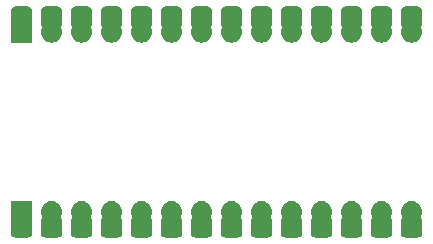
<source format=gbr>
G04 #@! TF.GenerationSoftware,KiCad,Pcbnew,(5.1.0-218-ge90452d)*
G04 #@! TF.CreationDate,2019-04-20T11:49:25-07:00*
G04 #@! TF.ProjectId,lofive,6c6f6669-7665-42e6-9b69-6361645f7063,0*
G04 #@! TF.SameCoordinates,Original*
G04 #@! TF.FileFunction,Soldermask,Bot*
G04 #@! TF.FilePolarity,Negative*
%FSLAX46Y46*%
G04 Gerber Fmt 4.6, Leading zero omitted, Abs format (unit mm)*
G04 Created by KiCad (PCBNEW (5.1.0-218-ge90452d)) date 2019-04-20 11:49:25*
%MOMM*%
%LPD*%
G04 APERTURE LIST*
%ADD10C,0.100000*%
G04 APERTURE END LIST*
D10*
G36*
X125906427Y-124843022D02*
G01*
X125906430Y-124843023D01*
X125906431Y-124843023D01*
X126076081Y-124894486D01*
X126076083Y-124894487D01*
X126076086Y-124894488D01*
X126232431Y-124978056D01*
X126369475Y-125090525D01*
X126481944Y-125227569D01*
X126565512Y-125383914D01*
X126616978Y-125553573D01*
X126634354Y-125730000D01*
X126616978Y-125906427D01*
X126565513Y-126076084D01*
X126540768Y-126122379D01*
X126531391Y-126145017D01*
X126526611Y-126169051D01*
X126526611Y-126193555D01*
X126531392Y-126217588D01*
X126540769Y-126240227D01*
X126554382Y-126260600D01*
X126564192Y-126272554D01*
X126599943Y-126339439D01*
X126621961Y-126412022D01*
X126630000Y-126493641D01*
X126630000Y-127506359D01*
X126621961Y-127587978D01*
X126599943Y-127660561D01*
X126564192Y-127727446D01*
X126516077Y-127786077D01*
X126457446Y-127834192D01*
X126390561Y-127869943D01*
X126317978Y-127891961D01*
X126236359Y-127900000D01*
X125223641Y-127900000D01*
X125142022Y-127891961D01*
X125069439Y-127869943D01*
X125002554Y-127834192D01*
X124943923Y-127786077D01*
X124895808Y-127727446D01*
X124860057Y-127660561D01*
X124838039Y-127587978D01*
X124830000Y-127506359D01*
X124830000Y-126493641D01*
X124838039Y-126412022D01*
X124860057Y-126339439D01*
X124895808Y-126272554D01*
X124905618Y-126260600D01*
X124919232Y-126240226D01*
X124928609Y-126217587D01*
X124933389Y-126193554D01*
X124933389Y-126169049D01*
X124928608Y-126145016D01*
X124919232Y-126122379D01*
X124894487Y-126076084D01*
X124843022Y-125906427D01*
X124825646Y-125730000D01*
X124843022Y-125553573D01*
X124894488Y-125383914D01*
X124978056Y-125227569D01*
X125090525Y-125090525D01*
X125227569Y-124978056D01*
X125383914Y-124894488D01*
X125383917Y-124894487D01*
X125383919Y-124894486D01*
X125553569Y-124843023D01*
X125553570Y-124843023D01*
X125553573Y-124843022D01*
X125685789Y-124830000D01*
X125774211Y-124830000D01*
X125906427Y-124843022D01*
X125906427Y-124843022D01*
G37*
G36*
X133526427Y-124843022D02*
G01*
X133526430Y-124843023D01*
X133526431Y-124843023D01*
X133696081Y-124894486D01*
X133696083Y-124894487D01*
X133696086Y-124894488D01*
X133852431Y-124978056D01*
X133989475Y-125090525D01*
X134101944Y-125227569D01*
X134185512Y-125383914D01*
X134236978Y-125553573D01*
X134254354Y-125730000D01*
X134236978Y-125906427D01*
X134185513Y-126076084D01*
X134160768Y-126122379D01*
X134151391Y-126145017D01*
X134146611Y-126169051D01*
X134146611Y-126193555D01*
X134151392Y-126217588D01*
X134160769Y-126240227D01*
X134174382Y-126260600D01*
X134184192Y-126272554D01*
X134219943Y-126339439D01*
X134241961Y-126412022D01*
X134250000Y-126493641D01*
X134250000Y-127506359D01*
X134241961Y-127587978D01*
X134219943Y-127660561D01*
X134184192Y-127727446D01*
X134136077Y-127786077D01*
X134077446Y-127834192D01*
X134010561Y-127869943D01*
X133937978Y-127891961D01*
X133856359Y-127900000D01*
X132843641Y-127900000D01*
X132762022Y-127891961D01*
X132689439Y-127869943D01*
X132622554Y-127834192D01*
X132563923Y-127786077D01*
X132515808Y-127727446D01*
X132480057Y-127660561D01*
X132458039Y-127587978D01*
X132450000Y-127506359D01*
X132450000Y-126493641D01*
X132458039Y-126412022D01*
X132480057Y-126339439D01*
X132515808Y-126272554D01*
X132525618Y-126260600D01*
X132539232Y-126240226D01*
X132548609Y-126217587D01*
X132553389Y-126193554D01*
X132553389Y-126169049D01*
X132548608Y-126145016D01*
X132539232Y-126122379D01*
X132514487Y-126076084D01*
X132463022Y-125906427D01*
X132445646Y-125730000D01*
X132463022Y-125553573D01*
X132514488Y-125383914D01*
X132598056Y-125227569D01*
X132710525Y-125090525D01*
X132847569Y-124978056D01*
X133003914Y-124894488D01*
X133003917Y-124894487D01*
X133003919Y-124894486D01*
X133173569Y-124843023D01*
X133173570Y-124843023D01*
X133173573Y-124843022D01*
X133305789Y-124830000D01*
X133394211Y-124830000D01*
X133526427Y-124843022D01*
X133526427Y-124843022D01*
G37*
G36*
X118286427Y-124843022D02*
G01*
X118286430Y-124843023D01*
X118286431Y-124843023D01*
X118456081Y-124894486D01*
X118456083Y-124894487D01*
X118456086Y-124894488D01*
X118612431Y-124978056D01*
X118749475Y-125090525D01*
X118861944Y-125227569D01*
X118945512Y-125383914D01*
X118996978Y-125553573D01*
X119014354Y-125730000D01*
X118996978Y-125906427D01*
X118945513Y-126076084D01*
X118920768Y-126122379D01*
X118911391Y-126145017D01*
X118906611Y-126169051D01*
X118906611Y-126193555D01*
X118911392Y-126217588D01*
X118920769Y-126240227D01*
X118934382Y-126260600D01*
X118944192Y-126272554D01*
X118979943Y-126339439D01*
X119001961Y-126412022D01*
X119010000Y-126493641D01*
X119010000Y-127506359D01*
X119001961Y-127587978D01*
X118979943Y-127660561D01*
X118944192Y-127727446D01*
X118896077Y-127786077D01*
X118837446Y-127834192D01*
X118770561Y-127869943D01*
X118697978Y-127891961D01*
X118616359Y-127900000D01*
X117603641Y-127900000D01*
X117522022Y-127891961D01*
X117449439Y-127869943D01*
X117382554Y-127834192D01*
X117323923Y-127786077D01*
X117275808Y-127727446D01*
X117240057Y-127660561D01*
X117218039Y-127587978D01*
X117210000Y-127506359D01*
X117210000Y-126493641D01*
X117218039Y-126412022D01*
X117240057Y-126339439D01*
X117275808Y-126272554D01*
X117285618Y-126260600D01*
X117299232Y-126240226D01*
X117308609Y-126217587D01*
X117313389Y-126193554D01*
X117313389Y-126169049D01*
X117308608Y-126145016D01*
X117299232Y-126122379D01*
X117274487Y-126076084D01*
X117223022Y-125906427D01*
X117205646Y-125730000D01*
X117223022Y-125553573D01*
X117274488Y-125383914D01*
X117358056Y-125227569D01*
X117470525Y-125090525D01*
X117607569Y-124978056D01*
X117763914Y-124894488D01*
X117763917Y-124894487D01*
X117763919Y-124894486D01*
X117933569Y-124843023D01*
X117933570Y-124843023D01*
X117933573Y-124843022D01*
X118065789Y-124830000D01*
X118154211Y-124830000D01*
X118286427Y-124843022D01*
X118286427Y-124843022D01*
G37*
G36*
X130986427Y-124843022D02*
G01*
X130986430Y-124843023D01*
X130986431Y-124843023D01*
X131156081Y-124894486D01*
X131156083Y-124894487D01*
X131156086Y-124894488D01*
X131312431Y-124978056D01*
X131449475Y-125090525D01*
X131561944Y-125227569D01*
X131645512Y-125383914D01*
X131696978Y-125553573D01*
X131714354Y-125730000D01*
X131696978Y-125906427D01*
X131645513Y-126076084D01*
X131620768Y-126122379D01*
X131611391Y-126145017D01*
X131606611Y-126169051D01*
X131606611Y-126193555D01*
X131611392Y-126217588D01*
X131620769Y-126240227D01*
X131634382Y-126260600D01*
X131644192Y-126272554D01*
X131679943Y-126339439D01*
X131701961Y-126412022D01*
X131710000Y-126493641D01*
X131710000Y-127506359D01*
X131701961Y-127587978D01*
X131679943Y-127660561D01*
X131644192Y-127727446D01*
X131596077Y-127786077D01*
X131537446Y-127834192D01*
X131470561Y-127869943D01*
X131397978Y-127891961D01*
X131316359Y-127900000D01*
X130303641Y-127900000D01*
X130222022Y-127891961D01*
X130149439Y-127869943D01*
X130082554Y-127834192D01*
X130023923Y-127786077D01*
X129975808Y-127727446D01*
X129940057Y-127660561D01*
X129918039Y-127587978D01*
X129910000Y-127506359D01*
X129910000Y-126493641D01*
X129918039Y-126412022D01*
X129940057Y-126339439D01*
X129975808Y-126272554D01*
X129985618Y-126260600D01*
X129999232Y-126240226D01*
X130008609Y-126217587D01*
X130013389Y-126193554D01*
X130013389Y-126169049D01*
X130008608Y-126145016D01*
X129999232Y-126122379D01*
X129974487Y-126076084D01*
X129923022Y-125906427D01*
X129905646Y-125730000D01*
X129923022Y-125553573D01*
X129974488Y-125383914D01*
X130058056Y-125227569D01*
X130170525Y-125090525D01*
X130307569Y-124978056D01*
X130463914Y-124894488D01*
X130463917Y-124894487D01*
X130463919Y-124894486D01*
X130633569Y-124843023D01*
X130633570Y-124843023D01*
X130633573Y-124843022D01*
X130765789Y-124830000D01*
X130854211Y-124830000D01*
X130986427Y-124843022D01*
X130986427Y-124843022D01*
G37*
G36*
X115746427Y-124843022D02*
G01*
X115746430Y-124843023D01*
X115746431Y-124843023D01*
X115916081Y-124894486D01*
X115916083Y-124894487D01*
X115916086Y-124894488D01*
X116072431Y-124978056D01*
X116209475Y-125090525D01*
X116321944Y-125227569D01*
X116405512Y-125383914D01*
X116456978Y-125553573D01*
X116474354Y-125730000D01*
X116456978Y-125906427D01*
X116405513Y-126076084D01*
X116380768Y-126122379D01*
X116371391Y-126145017D01*
X116366611Y-126169051D01*
X116366611Y-126193555D01*
X116371392Y-126217588D01*
X116380769Y-126240227D01*
X116394382Y-126260600D01*
X116404192Y-126272554D01*
X116439943Y-126339439D01*
X116461961Y-126412022D01*
X116470000Y-126493641D01*
X116470000Y-127506359D01*
X116461961Y-127587978D01*
X116439943Y-127660561D01*
X116404192Y-127727446D01*
X116356077Y-127786077D01*
X116297446Y-127834192D01*
X116230561Y-127869943D01*
X116157978Y-127891961D01*
X116076359Y-127900000D01*
X115063641Y-127900000D01*
X114982022Y-127891961D01*
X114909439Y-127869943D01*
X114842554Y-127834192D01*
X114783923Y-127786077D01*
X114735808Y-127727446D01*
X114700057Y-127660561D01*
X114678039Y-127587978D01*
X114670000Y-127506359D01*
X114670000Y-126493641D01*
X114678039Y-126412022D01*
X114700057Y-126339439D01*
X114735808Y-126272554D01*
X114745618Y-126260600D01*
X114759232Y-126240226D01*
X114768609Y-126217587D01*
X114773389Y-126193554D01*
X114773389Y-126169049D01*
X114768608Y-126145016D01*
X114759232Y-126122379D01*
X114734487Y-126076084D01*
X114683022Y-125906427D01*
X114665646Y-125730000D01*
X114683022Y-125553573D01*
X114734488Y-125383914D01*
X114818056Y-125227569D01*
X114930525Y-125090525D01*
X115067569Y-124978056D01*
X115223914Y-124894488D01*
X115223917Y-124894487D01*
X115223919Y-124894486D01*
X115393569Y-124843023D01*
X115393570Y-124843023D01*
X115393573Y-124843022D01*
X115525789Y-124830000D01*
X115614211Y-124830000D01*
X115746427Y-124843022D01*
X115746427Y-124843022D01*
G37*
G36*
X103770000Y-127506359D02*
G01*
X103761961Y-127587978D01*
X103739943Y-127660561D01*
X103704192Y-127727446D01*
X103656077Y-127786077D01*
X103597446Y-127834192D01*
X103530561Y-127869943D01*
X103457978Y-127891961D01*
X103376359Y-127900000D01*
X102363641Y-127900000D01*
X102282022Y-127891961D01*
X102209439Y-127869943D01*
X102142554Y-127834192D01*
X102083923Y-127786077D01*
X102035808Y-127727446D01*
X102000057Y-127660561D01*
X101978039Y-127587978D01*
X101970000Y-127506359D01*
X101970000Y-124830000D01*
X103770000Y-124830000D01*
X103770000Y-127506359D01*
X103770000Y-127506359D01*
G37*
G36*
X113206427Y-124843022D02*
G01*
X113206430Y-124843023D01*
X113206431Y-124843023D01*
X113376081Y-124894486D01*
X113376083Y-124894487D01*
X113376086Y-124894488D01*
X113532431Y-124978056D01*
X113669475Y-125090525D01*
X113781944Y-125227569D01*
X113865512Y-125383914D01*
X113916978Y-125553573D01*
X113934354Y-125730000D01*
X113916978Y-125906427D01*
X113865513Y-126076084D01*
X113840768Y-126122379D01*
X113831391Y-126145017D01*
X113826611Y-126169051D01*
X113826611Y-126193555D01*
X113831392Y-126217588D01*
X113840769Y-126240227D01*
X113854382Y-126260600D01*
X113864192Y-126272554D01*
X113899943Y-126339439D01*
X113921961Y-126412022D01*
X113930000Y-126493641D01*
X113930000Y-127506359D01*
X113921961Y-127587978D01*
X113899943Y-127660561D01*
X113864192Y-127727446D01*
X113816077Y-127786077D01*
X113757446Y-127834192D01*
X113690561Y-127869943D01*
X113617978Y-127891961D01*
X113536359Y-127900000D01*
X112523641Y-127900000D01*
X112442022Y-127891961D01*
X112369439Y-127869943D01*
X112302554Y-127834192D01*
X112243923Y-127786077D01*
X112195808Y-127727446D01*
X112160057Y-127660561D01*
X112138039Y-127587978D01*
X112130000Y-127506359D01*
X112130000Y-126493641D01*
X112138039Y-126412022D01*
X112160057Y-126339439D01*
X112195808Y-126272554D01*
X112205618Y-126260600D01*
X112219232Y-126240226D01*
X112228609Y-126217587D01*
X112233389Y-126193554D01*
X112233389Y-126169049D01*
X112228608Y-126145016D01*
X112219232Y-126122379D01*
X112194487Y-126076084D01*
X112143022Y-125906427D01*
X112125646Y-125730000D01*
X112143022Y-125553573D01*
X112194488Y-125383914D01*
X112278056Y-125227569D01*
X112390525Y-125090525D01*
X112527569Y-124978056D01*
X112683914Y-124894488D01*
X112683917Y-124894487D01*
X112683919Y-124894486D01*
X112853569Y-124843023D01*
X112853570Y-124843023D01*
X112853573Y-124843022D01*
X112985789Y-124830000D01*
X113074211Y-124830000D01*
X113206427Y-124843022D01*
X113206427Y-124843022D01*
G37*
G36*
X123366427Y-124843022D02*
G01*
X123366430Y-124843023D01*
X123366431Y-124843023D01*
X123536081Y-124894486D01*
X123536083Y-124894487D01*
X123536086Y-124894488D01*
X123692431Y-124978056D01*
X123829475Y-125090525D01*
X123941944Y-125227569D01*
X124025512Y-125383914D01*
X124076978Y-125553573D01*
X124094354Y-125730000D01*
X124076978Y-125906427D01*
X124025513Y-126076084D01*
X124000768Y-126122379D01*
X123991391Y-126145017D01*
X123986611Y-126169051D01*
X123986611Y-126193555D01*
X123991392Y-126217588D01*
X124000769Y-126240227D01*
X124014382Y-126260600D01*
X124024192Y-126272554D01*
X124059943Y-126339439D01*
X124081961Y-126412022D01*
X124090000Y-126493641D01*
X124090000Y-127506359D01*
X124081961Y-127587978D01*
X124059943Y-127660561D01*
X124024192Y-127727446D01*
X123976077Y-127786077D01*
X123917446Y-127834192D01*
X123850561Y-127869943D01*
X123777978Y-127891961D01*
X123696359Y-127900000D01*
X122683641Y-127900000D01*
X122602022Y-127891961D01*
X122529439Y-127869943D01*
X122462554Y-127834192D01*
X122403923Y-127786077D01*
X122355808Y-127727446D01*
X122320057Y-127660561D01*
X122298039Y-127587978D01*
X122290000Y-127506359D01*
X122290000Y-126493641D01*
X122298039Y-126412022D01*
X122320057Y-126339439D01*
X122355808Y-126272554D01*
X122365618Y-126260600D01*
X122379232Y-126240226D01*
X122388609Y-126217587D01*
X122393389Y-126193554D01*
X122393389Y-126169049D01*
X122388608Y-126145016D01*
X122379232Y-126122379D01*
X122354487Y-126076084D01*
X122303022Y-125906427D01*
X122285646Y-125730000D01*
X122303022Y-125553573D01*
X122354488Y-125383914D01*
X122438056Y-125227569D01*
X122550525Y-125090525D01*
X122687569Y-124978056D01*
X122843914Y-124894488D01*
X122843917Y-124894487D01*
X122843919Y-124894486D01*
X123013569Y-124843023D01*
X123013570Y-124843023D01*
X123013573Y-124843022D01*
X123145789Y-124830000D01*
X123234211Y-124830000D01*
X123366427Y-124843022D01*
X123366427Y-124843022D01*
G37*
G36*
X128446427Y-124843022D02*
G01*
X128446430Y-124843023D01*
X128446431Y-124843023D01*
X128616081Y-124894486D01*
X128616083Y-124894487D01*
X128616086Y-124894488D01*
X128772431Y-124978056D01*
X128909475Y-125090525D01*
X129021944Y-125227569D01*
X129105512Y-125383914D01*
X129156978Y-125553573D01*
X129174354Y-125730000D01*
X129156978Y-125906427D01*
X129105513Y-126076084D01*
X129080768Y-126122379D01*
X129071391Y-126145017D01*
X129066611Y-126169051D01*
X129066611Y-126193555D01*
X129071392Y-126217588D01*
X129080769Y-126240227D01*
X129094382Y-126260600D01*
X129104192Y-126272554D01*
X129139943Y-126339439D01*
X129161961Y-126412022D01*
X129170000Y-126493641D01*
X129170000Y-127506359D01*
X129161961Y-127587978D01*
X129139943Y-127660561D01*
X129104192Y-127727446D01*
X129056077Y-127786077D01*
X128997446Y-127834192D01*
X128930561Y-127869943D01*
X128857978Y-127891961D01*
X128776359Y-127900000D01*
X127763641Y-127900000D01*
X127682022Y-127891961D01*
X127609439Y-127869943D01*
X127542554Y-127834192D01*
X127483923Y-127786077D01*
X127435808Y-127727446D01*
X127400057Y-127660561D01*
X127378039Y-127587978D01*
X127370000Y-127506359D01*
X127370000Y-126493641D01*
X127378039Y-126412022D01*
X127400057Y-126339439D01*
X127435808Y-126272554D01*
X127445618Y-126260600D01*
X127459232Y-126240226D01*
X127468609Y-126217587D01*
X127473389Y-126193554D01*
X127473389Y-126169049D01*
X127468608Y-126145016D01*
X127459232Y-126122379D01*
X127434487Y-126076084D01*
X127383022Y-125906427D01*
X127365646Y-125730000D01*
X127383022Y-125553573D01*
X127434488Y-125383914D01*
X127518056Y-125227569D01*
X127630525Y-125090525D01*
X127767569Y-124978056D01*
X127923914Y-124894488D01*
X127923917Y-124894487D01*
X127923919Y-124894486D01*
X128093569Y-124843023D01*
X128093570Y-124843023D01*
X128093573Y-124843022D01*
X128225789Y-124830000D01*
X128314211Y-124830000D01*
X128446427Y-124843022D01*
X128446427Y-124843022D01*
G37*
G36*
X120826427Y-124843022D02*
G01*
X120826430Y-124843023D01*
X120826431Y-124843023D01*
X120996081Y-124894486D01*
X120996083Y-124894487D01*
X120996086Y-124894488D01*
X121152431Y-124978056D01*
X121289475Y-125090525D01*
X121401944Y-125227569D01*
X121485512Y-125383914D01*
X121536978Y-125553573D01*
X121554354Y-125730000D01*
X121536978Y-125906427D01*
X121485513Y-126076084D01*
X121460768Y-126122379D01*
X121451391Y-126145017D01*
X121446611Y-126169051D01*
X121446611Y-126193555D01*
X121451392Y-126217588D01*
X121460769Y-126240227D01*
X121474382Y-126260600D01*
X121484192Y-126272554D01*
X121519943Y-126339439D01*
X121541961Y-126412022D01*
X121550000Y-126493641D01*
X121550000Y-127506359D01*
X121541961Y-127587978D01*
X121519943Y-127660561D01*
X121484192Y-127727446D01*
X121436077Y-127786077D01*
X121377446Y-127834192D01*
X121310561Y-127869943D01*
X121237978Y-127891961D01*
X121156359Y-127900000D01*
X120143641Y-127900000D01*
X120062022Y-127891961D01*
X119989439Y-127869943D01*
X119922554Y-127834192D01*
X119863923Y-127786077D01*
X119815808Y-127727446D01*
X119780057Y-127660561D01*
X119758039Y-127587978D01*
X119750000Y-127506359D01*
X119750000Y-126493641D01*
X119758039Y-126412022D01*
X119780057Y-126339439D01*
X119815808Y-126272554D01*
X119825618Y-126260600D01*
X119839232Y-126240226D01*
X119848609Y-126217587D01*
X119853389Y-126193554D01*
X119853389Y-126169049D01*
X119848608Y-126145016D01*
X119839232Y-126122379D01*
X119814487Y-126076084D01*
X119763022Y-125906427D01*
X119745646Y-125730000D01*
X119763022Y-125553573D01*
X119814488Y-125383914D01*
X119898056Y-125227569D01*
X120010525Y-125090525D01*
X120147569Y-124978056D01*
X120303914Y-124894488D01*
X120303917Y-124894487D01*
X120303919Y-124894486D01*
X120473569Y-124843023D01*
X120473570Y-124843023D01*
X120473573Y-124843022D01*
X120605789Y-124830000D01*
X120694211Y-124830000D01*
X120826427Y-124843022D01*
X120826427Y-124843022D01*
G37*
G36*
X136066427Y-124843022D02*
G01*
X136066430Y-124843023D01*
X136066431Y-124843023D01*
X136236081Y-124894486D01*
X136236083Y-124894487D01*
X136236086Y-124894488D01*
X136392431Y-124978056D01*
X136529475Y-125090525D01*
X136641944Y-125227569D01*
X136725512Y-125383914D01*
X136776978Y-125553573D01*
X136794354Y-125730000D01*
X136776978Y-125906427D01*
X136725513Y-126076084D01*
X136700768Y-126122379D01*
X136691391Y-126145017D01*
X136686611Y-126169051D01*
X136686611Y-126193555D01*
X136691392Y-126217588D01*
X136700769Y-126240227D01*
X136714382Y-126260600D01*
X136724192Y-126272554D01*
X136759943Y-126339439D01*
X136781961Y-126412022D01*
X136790000Y-126493641D01*
X136790000Y-127506359D01*
X136781961Y-127587978D01*
X136759943Y-127660561D01*
X136724192Y-127727446D01*
X136676077Y-127786077D01*
X136617446Y-127834192D01*
X136550561Y-127869943D01*
X136477978Y-127891961D01*
X136396359Y-127900000D01*
X135383641Y-127900000D01*
X135302022Y-127891961D01*
X135229439Y-127869943D01*
X135162554Y-127834192D01*
X135103923Y-127786077D01*
X135055808Y-127727446D01*
X135020057Y-127660561D01*
X134998039Y-127587978D01*
X134990000Y-127506359D01*
X134990000Y-126493641D01*
X134998039Y-126412022D01*
X135020057Y-126339439D01*
X135055808Y-126272554D01*
X135065618Y-126260600D01*
X135079232Y-126240226D01*
X135088609Y-126217587D01*
X135093389Y-126193554D01*
X135093389Y-126169049D01*
X135088608Y-126145016D01*
X135079232Y-126122379D01*
X135054487Y-126076084D01*
X135003022Y-125906427D01*
X134985646Y-125730000D01*
X135003022Y-125553573D01*
X135054488Y-125383914D01*
X135138056Y-125227569D01*
X135250525Y-125090525D01*
X135387569Y-124978056D01*
X135543914Y-124894488D01*
X135543917Y-124894487D01*
X135543919Y-124894486D01*
X135713569Y-124843023D01*
X135713570Y-124843023D01*
X135713573Y-124843022D01*
X135845789Y-124830000D01*
X135934211Y-124830000D01*
X136066427Y-124843022D01*
X136066427Y-124843022D01*
G37*
G36*
X110666427Y-124843022D02*
G01*
X110666430Y-124843023D01*
X110666431Y-124843023D01*
X110836081Y-124894486D01*
X110836083Y-124894487D01*
X110836086Y-124894488D01*
X110992431Y-124978056D01*
X111129475Y-125090525D01*
X111241944Y-125227569D01*
X111325512Y-125383914D01*
X111376978Y-125553573D01*
X111394354Y-125730000D01*
X111376978Y-125906427D01*
X111325513Y-126076084D01*
X111300768Y-126122379D01*
X111291391Y-126145017D01*
X111286611Y-126169051D01*
X111286611Y-126193555D01*
X111291392Y-126217588D01*
X111300769Y-126240227D01*
X111314382Y-126260600D01*
X111324192Y-126272554D01*
X111359943Y-126339439D01*
X111381961Y-126412022D01*
X111390000Y-126493641D01*
X111390000Y-127506359D01*
X111381961Y-127587978D01*
X111359943Y-127660561D01*
X111324192Y-127727446D01*
X111276077Y-127786077D01*
X111217446Y-127834192D01*
X111150561Y-127869943D01*
X111077978Y-127891961D01*
X110996359Y-127900000D01*
X109983641Y-127900000D01*
X109902022Y-127891961D01*
X109829439Y-127869943D01*
X109762554Y-127834192D01*
X109703923Y-127786077D01*
X109655808Y-127727446D01*
X109620057Y-127660561D01*
X109598039Y-127587978D01*
X109590000Y-127506359D01*
X109590000Y-126493641D01*
X109598039Y-126412022D01*
X109620057Y-126339439D01*
X109655808Y-126272554D01*
X109665618Y-126260600D01*
X109679232Y-126240226D01*
X109688609Y-126217587D01*
X109693389Y-126193554D01*
X109693389Y-126169049D01*
X109688608Y-126145016D01*
X109679232Y-126122379D01*
X109654487Y-126076084D01*
X109603022Y-125906427D01*
X109585646Y-125730000D01*
X109603022Y-125553573D01*
X109654488Y-125383914D01*
X109738056Y-125227569D01*
X109850525Y-125090525D01*
X109987569Y-124978056D01*
X110143914Y-124894488D01*
X110143917Y-124894487D01*
X110143919Y-124894486D01*
X110313569Y-124843023D01*
X110313570Y-124843023D01*
X110313573Y-124843022D01*
X110445789Y-124830000D01*
X110534211Y-124830000D01*
X110666427Y-124843022D01*
X110666427Y-124843022D01*
G37*
G36*
X105586427Y-124843022D02*
G01*
X105586430Y-124843023D01*
X105586431Y-124843023D01*
X105756081Y-124894486D01*
X105756083Y-124894487D01*
X105756086Y-124894488D01*
X105912431Y-124978056D01*
X106049475Y-125090525D01*
X106161944Y-125227569D01*
X106245512Y-125383914D01*
X106296978Y-125553573D01*
X106314354Y-125730000D01*
X106296978Y-125906427D01*
X106245513Y-126076084D01*
X106220768Y-126122379D01*
X106211391Y-126145017D01*
X106206611Y-126169051D01*
X106206611Y-126193555D01*
X106211392Y-126217588D01*
X106220769Y-126240227D01*
X106234382Y-126260600D01*
X106244192Y-126272554D01*
X106279943Y-126339439D01*
X106301961Y-126412022D01*
X106310000Y-126493641D01*
X106310000Y-127506359D01*
X106301961Y-127587978D01*
X106279943Y-127660561D01*
X106244192Y-127727446D01*
X106196077Y-127786077D01*
X106137446Y-127834192D01*
X106070561Y-127869943D01*
X105997978Y-127891961D01*
X105916359Y-127900000D01*
X104903641Y-127900000D01*
X104822022Y-127891961D01*
X104749439Y-127869943D01*
X104682554Y-127834192D01*
X104623923Y-127786077D01*
X104575808Y-127727446D01*
X104540057Y-127660561D01*
X104518039Y-127587978D01*
X104510000Y-127506359D01*
X104510000Y-126493641D01*
X104518039Y-126412022D01*
X104540057Y-126339439D01*
X104575808Y-126272554D01*
X104585618Y-126260600D01*
X104599232Y-126240226D01*
X104608609Y-126217587D01*
X104613389Y-126193554D01*
X104613389Y-126169049D01*
X104608608Y-126145016D01*
X104599232Y-126122379D01*
X104574487Y-126076084D01*
X104523022Y-125906427D01*
X104505646Y-125730000D01*
X104523022Y-125553573D01*
X104574488Y-125383914D01*
X104658056Y-125227569D01*
X104770525Y-125090525D01*
X104907569Y-124978056D01*
X105063914Y-124894488D01*
X105063917Y-124894487D01*
X105063919Y-124894486D01*
X105233569Y-124843023D01*
X105233570Y-124843023D01*
X105233573Y-124843022D01*
X105365789Y-124830000D01*
X105454211Y-124830000D01*
X105586427Y-124843022D01*
X105586427Y-124843022D01*
G37*
G36*
X108126427Y-124843022D02*
G01*
X108126430Y-124843023D01*
X108126431Y-124843023D01*
X108296081Y-124894486D01*
X108296083Y-124894487D01*
X108296086Y-124894488D01*
X108452431Y-124978056D01*
X108589475Y-125090525D01*
X108701944Y-125227569D01*
X108785512Y-125383914D01*
X108836978Y-125553573D01*
X108854354Y-125730000D01*
X108836978Y-125906427D01*
X108785513Y-126076084D01*
X108760768Y-126122379D01*
X108751391Y-126145017D01*
X108746611Y-126169051D01*
X108746611Y-126193555D01*
X108751392Y-126217588D01*
X108760769Y-126240227D01*
X108774382Y-126260600D01*
X108784192Y-126272554D01*
X108819943Y-126339439D01*
X108841961Y-126412022D01*
X108850000Y-126493641D01*
X108850000Y-127506359D01*
X108841961Y-127587978D01*
X108819943Y-127660561D01*
X108784192Y-127727446D01*
X108736077Y-127786077D01*
X108677446Y-127834192D01*
X108610561Y-127869943D01*
X108537978Y-127891961D01*
X108456359Y-127900000D01*
X107443641Y-127900000D01*
X107362022Y-127891961D01*
X107289439Y-127869943D01*
X107222554Y-127834192D01*
X107163923Y-127786077D01*
X107115808Y-127727446D01*
X107080057Y-127660561D01*
X107058039Y-127587978D01*
X107050000Y-127506359D01*
X107050000Y-126493641D01*
X107058039Y-126412022D01*
X107080057Y-126339439D01*
X107115808Y-126272554D01*
X107125618Y-126260600D01*
X107139232Y-126240226D01*
X107148609Y-126217587D01*
X107153389Y-126193554D01*
X107153389Y-126169049D01*
X107148608Y-126145016D01*
X107139232Y-126122379D01*
X107114487Y-126076084D01*
X107063022Y-125906427D01*
X107045646Y-125730000D01*
X107063022Y-125553573D01*
X107114488Y-125383914D01*
X107198056Y-125227569D01*
X107310525Y-125090525D01*
X107447569Y-124978056D01*
X107603914Y-124894488D01*
X107603917Y-124894487D01*
X107603919Y-124894486D01*
X107773569Y-124843023D01*
X107773570Y-124843023D01*
X107773573Y-124843022D01*
X107905789Y-124830000D01*
X107994211Y-124830000D01*
X108126427Y-124843022D01*
X108126427Y-124843022D01*
G37*
G36*
X116157978Y-108328039D02*
G01*
X116230561Y-108350057D01*
X116297446Y-108385808D01*
X116356077Y-108433923D01*
X116404192Y-108492554D01*
X116439943Y-108559439D01*
X116461961Y-108632022D01*
X116470000Y-108713641D01*
X116470000Y-109726359D01*
X116461961Y-109807978D01*
X116439943Y-109880561D01*
X116404192Y-109947446D01*
X116394382Y-109959400D01*
X116380768Y-109979774D01*
X116371391Y-110002413D01*
X116366611Y-110026446D01*
X116366611Y-110050951D01*
X116371392Y-110074984D01*
X116380768Y-110097621D01*
X116405513Y-110143916D01*
X116456978Y-110313573D01*
X116474354Y-110490000D01*
X116456978Y-110666427D01*
X116405512Y-110836086D01*
X116321944Y-110992431D01*
X116209475Y-111129475D01*
X116072431Y-111241944D01*
X115916086Y-111325512D01*
X115916083Y-111325513D01*
X115916081Y-111325514D01*
X115746431Y-111376977D01*
X115746430Y-111376977D01*
X115746427Y-111376978D01*
X115614211Y-111390000D01*
X115525789Y-111390000D01*
X115393573Y-111376978D01*
X115393570Y-111376977D01*
X115393569Y-111376977D01*
X115223919Y-111325514D01*
X115223917Y-111325513D01*
X115223914Y-111325512D01*
X115067569Y-111241944D01*
X114930525Y-111129475D01*
X114818056Y-110992431D01*
X114734488Y-110836086D01*
X114683022Y-110666427D01*
X114665646Y-110490000D01*
X114683022Y-110313573D01*
X114734487Y-110143916D01*
X114759232Y-110097621D01*
X114768609Y-110074983D01*
X114773389Y-110050949D01*
X114773389Y-110026445D01*
X114768608Y-110002412D01*
X114759231Y-109979773D01*
X114745618Y-109959400D01*
X114735808Y-109947446D01*
X114700057Y-109880561D01*
X114678039Y-109807978D01*
X114670000Y-109726359D01*
X114670000Y-108713641D01*
X114678039Y-108632022D01*
X114700057Y-108559439D01*
X114735808Y-108492554D01*
X114783923Y-108433923D01*
X114842554Y-108385808D01*
X114909439Y-108350057D01*
X114982022Y-108328039D01*
X115063641Y-108320000D01*
X116076359Y-108320000D01*
X116157978Y-108328039D01*
X116157978Y-108328039D01*
G37*
G36*
X113617978Y-108328039D02*
G01*
X113690561Y-108350057D01*
X113757446Y-108385808D01*
X113816077Y-108433923D01*
X113864192Y-108492554D01*
X113899943Y-108559439D01*
X113921961Y-108632022D01*
X113930000Y-108713641D01*
X113930000Y-109726359D01*
X113921961Y-109807978D01*
X113899943Y-109880561D01*
X113864192Y-109947446D01*
X113854382Y-109959400D01*
X113840768Y-109979774D01*
X113831391Y-110002413D01*
X113826611Y-110026446D01*
X113826611Y-110050951D01*
X113831392Y-110074984D01*
X113840768Y-110097621D01*
X113865513Y-110143916D01*
X113916978Y-110313573D01*
X113934354Y-110490000D01*
X113916978Y-110666427D01*
X113865512Y-110836086D01*
X113781944Y-110992431D01*
X113669475Y-111129475D01*
X113532431Y-111241944D01*
X113376086Y-111325512D01*
X113376083Y-111325513D01*
X113376081Y-111325514D01*
X113206431Y-111376977D01*
X113206430Y-111376977D01*
X113206427Y-111376978D01*
X113074211Y-111390000D01*
X112985789Y-111390000D01*
X112853573Y-111376978D01*
X112853570Y-111376977D01*
X112853569Y-111376977D01*
X112683919Y-111325514D01*
X112683917Y-111325513D01*
X112683914Y-111325512D01*
X112527569Y-111241944D01*
X112390525Y-111129475D01*
X112278056Y-110992431D01*
X112194488Y-110836086D01*
X112143022Y-110666427D01*
X112125646Y-110490000D01*
X112143022Y-110313573D01*
X112194487Y-110143916D01*
X112219232Y-110097621D01*
X112228609Y-110074983D01*
X112233389Y-110050949D01*
X112233389Y-110026445D01*
X112228608Y-110002412D01*
X112219231Y-109979773D01*
X112205618Y-109959400D01*
X112195808Y-109947446D01*
X112160057Y-109880561D01*
X112138039Y-109807978D01*
X112130000Y-109726359D01*
X112130000Y-108713641D01*
X112138039Y-108632022D01*
X112160057Y-108559439D01*
X112195808Y-108492554D01*
X112243923Y-108433923D01*
X112302554Y-108385808D01*
X112369439Y-108350057D01*
X112442022Y-108328039D01*
X112523641Y-108320000D01*
X113536359Y-108320000D01*
X113617978Y-108328039D01*
X113617978Y-108328039D01*
G37*
G36*
X111077978Y-108328039D02*
G01*
X111150561Y-108350057D01*
X111217446Y-108385808D01*
X111276077Y-108433923D01*
X111324192Y-108492554D01*
X111359943Y-108559439D01*
X111381961Y-108632022D01*
X111390000Y-108713641D01*
X111390000Y-109726359D01*
X111381961Y-109807978D01*
X111359943Y-109880561D01*
X111324192Y-109947446D01*
X111314382Y-109959400D01*
X111300768Y-109979774D01*
X111291391Y-110002413D01*
X111286611Y-110026446D01*
X111286611Y-110050951D01*
X111291392Y-110074984D01*
X111300768Y-110097621D01*
X111325513Y-110143916D01*
X111376978Y-110313573D01*
X111394354Y-110490000D01*
X111376978Y-110666427D01*
X111325512Y-110836086D01*
X111241944Y-110992431D01*
X111129475Y-111129475D01*
X110992431Y-111241944D01*
X110836086Y-111325512D01*
X110836083Y-111325513D01*
X110836081Y-111325514D01*
X110666431Y-111376977D01*
X110666430Y-111376977D01*
X110666427Y-111376978D01*
X110534211Y-111390000D01*
X110445789Y-111390000D01*
X110313573Y-111376978D01*
X110313570Y-111376977D01*
X110313569Y-111376977D01*
X110143919Y-111325514D01*
X110143917Y-111325513D01*
X110143914Y-111325512D01*
X109987569Y-111241944D01*
X109850525Y-111129475D01*
X109738056Y-110992431D01*
X109654488Y-110836086D01*
X109603022Y-110666427D01*
X109585646Y-110490000D01*
X109603022Y-110313573D01*
X109654487Y-110143916D01*
X109679232Y-110097621D01*
X109688609Y-110074983D01*
X109693389Y-110050949D01*
X109693389Y-110026445D01*
X109688608Y-110002412D01*
X109679231Y-109979773D01*
X109665618Y-109959400D01*
X109655808Y-109947446D01*
X109620057Y-109880561D01*
X109598039Y-109807978D01*
X109590000Y-109726359D01*
X109590000Y-108713641D01*
X109598039Y-108632022D01*
X109620057Y-108559439D01*
X109655808Y-108492554D01*
X109703923Y-108433923D01*
X109762554Y-108385808D01*
X109829439Y-108350057D01*
X109902022Y-108328039D01*
X109983641Y-108320000D01*
X110996359Y-108320000D01*
X111077978Y-108328039D01*
X111077978Y-108328039D01*
G37*
G36*
X118697978Y-108328039D02*
G01*
X118770561Y-108350057D01*
X118837446Y-108385808D01*
X118896077Y-108433923D01*
X118944192Y-108492554D01*
X118979943Y-108559439D01*
X119001961Y-108632022D01*
X119010000Y-108713641D01*
X119010000Y-109726359D01*
X119001961Y-109807978D01*
X118979943Y-109880561D01*
X118944192Y-109947446D01*
X118934382Y-109959400D01*
X118920768Y-109979774D01*
X118911391Y-110002413D01*
X118906611Y-110026446D01*
X118906611Y-110050951D01*
X118911392Y-110074984D01*
X118920768Y-110097621D01*
X118945513Y-110143916D01*
X118996978Y-110313573D01*
X119014354Y-110490000D01*
X118996978Y-110666427D01*
X118945512Y-110836086D01*
X118861944Y-110992431D01*
X118749475Y-111129475D01*
X118612431Y-111241944D01*
X118456086Y-111325512D01*
X118456083Y-111325513D01*
X118456081Y-111325514D01*
X118286431Y-111376977D01*
X118286430Y-111376977D01*
X118286427Y-111376978D01*
X118154211Y-111390000D01*
X118065789Y-111390000D01*
X117933573Y-111376978D01*
X117933570Y-111376977D01*
X117933569Y-111376977D01*
X117763919Y-111325514D01*
X117763917Y-111325513D01*
X117763914Y-111325512D01*
X117607569Y-111241944D01*
X117470525Y-111129475D01*
X117358056Y-110992431D01*
X117274488Y-110836086D01*
X117223022Y-110666427D01*
X117205646Y-110490000D01*
X117223022Y-110313573D01*
X117274487Y-110143916D01*
X117299232Y-110097621D01*
X117308609Y-110074983D01*
X117313389Y-110050949D01*
X117313389Y-110026445D01*
X117308608Y-110002412D01*
X117299231Y-109979773D01*
X117285618Y-109959400D01*
X117275808Y-109947446D01*
X117240057Y-109880561D01*
X117218039Y-109807978D01*
X117210000Y-109726359D01*
X117210000Y-108713641D01*
X117218039Y-108632022D01*
X117240057Y-108559439D01*
X117275808Y-108492554D01*
X117323923Y-108433923D01*
X117382554Y-108385808D01*
X117449439Y-108350057D01*
X117522022Y-108328039D01*
X117603641Y-108320000D01*
X118616359Y-108320000D01*
X118697978Y-108328039D01*
X118697978Y-108328039D01*
G37*
G36*
X105997978Y-108328039D02*
G01*
X106070561Y-108350057D01*
X106137446Y-108385808D01*
X106196077Y-108433923D01*
X106244192Y-108492554D01*
X106279943Y-108559439D01*
X106301961Y-108632022D01*
X106310000Y-108713641D01*
X106310000Y-109726359D01*
X106301961Y-109807978D01*
X106279943Y-109880561D01*
X106244192Y-109947446D01*
X106234382Y-109959400D01*
X106220768Y-109979774D01*
X106211391Y-110002413D01*
X106206611Y-110026446D01*
X106206611Y-110050951D01*
X106211392Y-110074984D01*
X106220768Y-110097621D01*
X106245513Y-110143916D01*
X106296978Y-110313573D01*
X106314354Y-110490000D01*
X106296978Y-110666427D01*
X106245512Y-110836086D01*
X106161944Y-110992431D01*
X106049475Y-111129475D01*
X105912431Y-111241944D01*
X105756086Y-111325512D01*
X105756083Y-111325513D01*
X105756081Y-111325514D01*
X105586431Y-111376977D01*
X105586430Y-111376977D01*
X105586427Y-111376978D01*
X105454211Y-111390000D01*
X105365789Y-111390000D01*
X105233573Y-111376978D01*
X105233570Y-111376977D01*
X105233569Y-111376977D01*
X105063919Y-111325514D01*
X105063917Y-111325513D01*
X105063914Y-111325512D01*
X104907569Y-111241944D01*
X104770525Y-111129475D01*
X104658056Y-110992431D01*
X104574488Y-110836086D01*
X104523022Y-110666427D01*
X104505646Y-110490000D01*
X104523022Y-110313573D01*
X104574487Y-110143916D01*
X104599232Y-110097621D01*
X104608609Y-110074983D01*
X104613389Y-110050949D01*
X104613389Y-110026445D01*
X104608608Y-110002412D01*
X104599231Y-109979773D01*
X104585618Y-109959400D01*
X104575808Y-109947446D01*
X104540057Y-109880561D01*
X104518039Y-109807978D01*
X104510000Y-109726359D01*
X104510000Y-108713641D01*
X104518039Y-108632022D01*
X104540057Y-108559439D01*
X104575808Y-108492554D01*
X104623923Y-108433923D01*
X104682554Y-108385808D01*
X104749439Y-108350057D01*
X104822022Y-108328039D01*
X104903641Y-108320000D01*
X105916359Y-108320000D01*
X105997978Y-108328039D01*
X105997978Y-108328039D01*
G37*
G36*
X103457978Y-108328039D02*
G01*
X103530561Y-108350057D01*
X103597446Y-108385808D01*
X103656077Y-108433923D01*
X103704192Y-108492554D01*
X103739943Y-108559439D01*
X103761961Y-108632022D01*
X103770000Y-108713641D01*
X103770000Y-111390000D01*
X101970000Y-111390000D01*
X101970000Y-108713641D01*
X101978039Y-108632022D01*
X102000057Y-108559439D01*
X102035808Y-108492554D01*
X102083923Y-108433923D01*
X102142554Y-108385808D01*
X102209439Y-108350057D01*
X102282022Y-108328039D01*
X102363641Y-108320000D01*
X103376359Y-108320000D01*
X103457978Y-108328039D01*
X103457978Y-108328039D01*
G37*
G36*
X133937978Y-108328039D02*
G01*
X134010561Y-108350057D01*
X134077446Y-108385808D01*
X134136077Y-108433923D01*
X134184192Y-108492554D01*
X134219943Y-108559439D01*
X134241961Y-108632022D01*
X134250000Y-108713641D01*
X134250000Y-109726359D01*
X134241961Y-109807978D01*
X134219943Y-109880561D01*
X134184192Y-109947446D01*
X134174382Y-109959400D01*
X134160768Y-109979774D01*
X134151391Y-110002413D01*
X134146611Y-110026446D01*
X134146611Y-110050951D01*
X134151392Y-110074984D01*
X134160768Y-110097621D01*
X134185513Y-110143916D01*
X134236978Y-110313573D01*
X134254354Y-110490000D01*
X134236978Y-110666427D01*
X134185512Y-110836086D01*
X134101944Y-110992431D01*
X133989475Y-111129475D01*
X133852431Y-111241944D01*
X133696086Y-111325512D01*
X133696083Y-111325513D01*
X133696081Y-111325514D01*
X133526431Y-111376977D01*
X133526430Y-111376977D01*
X133526427Y-111376978D01*
X133394211Y-111390000D01*
X133305789Y-111390000D01*
X133173573Y-111376978D01*
X133173570Y-111376977D01*
X133173569Y-111376977D01*
X133003919Y-111325514D01*
X133003917Y-111325513D01*
X133003914Y-111325512D01*
X132847569Y-111241944D01*
X132710525Y-111129475D01*
X132598056Y-110992431D01*
X132514488Y-110836086D01*
X132463022Y-110666427D01*
X132445646Y-110490000D01*
X132463022Y-110313573D01*
X132514487Y-110143916D01*
X132539232Y-110097621D01*
X132548609Y-110074983D01*
X132553389Y-110050949D01*
X132553389Y-110026445D01*
X132548608Y-110002412D01*
X132539231Y-109979773D01*
X132525618Y-109959400D01*
X132515808Y-109947446D01*
X132480057Y-109880561D01*
X132458039Y-109807978D01*
X132450000Y-109726359D01*
X132450000Y-108713641D01*
X132458039Y-108632022D01*
X132480057Y-108559439D01*
X132515808Y-108492554D01*
X132563923Y-108433923D01*
X132622554Y-108385808D01*
X132689439Y-108350057D01*
X132762022Y-108328039D01*
X132843641Y-108320000D01*
X133856359Y-108320000D01*
X133937978Y-108328039D01*
X133937978Y-108328039D01*
G37*
G36*
X128857978Y-108328039D02*
G01*
X128930561Y-108350057D01*
X128997446Y-108385808D01*
X129056077Y-108433923D01*
X129104192Y-108492554D01*
X129139943Y-108559439D01*
X129161961Y-108632022D01*
X129170000Y-108713641D01*
X129170000Y-109726359D01*
X129161961Y-109807978D01*
X129139943Y-109880561D01*
X129104192Y-109947446D01*
X129094382Y-109959400D01*
X129080768Y-109979774D01*
X129071391Y-110002413D01*
X129066611Y-110026446D01*
X129066611Y-110050951D01*
X129071392Y-110074984D01*
X129080768Y-110097621D01*
X129105513Y-110143916D01*
X129156978Y-110313573D01*
X129174354Y-110490000D01*
X129156978Y-110666427D01*
X129105512Y-110836086D01*
X129021944Y-110992431D01*
X128909475Y-111129475D01*
X128772431Y-111241944D01*
X128616086Y-111325512D01*
X128616083Y-111325513D01*
X128616081Y-111325514D01*
X128446431Y-111376977D01*
X128446430Y-111376977D01*
X128446427Y-111376978D01*
X128314211Y-111390000D01*
X128225789Y-111390000D01*
X128093573Y-111376978D01*
X128093570Y-111376977D01*
X128093569Y-111376977D01*
X127923919Y-111325514D01*
X127923917Y-111325513D01*
X127923914Y-111325512D01*
X127767569Y-111241944D01*
X127630525Y-111129475D01*
X127518056Y-110992431D01*
X127434488Y-110836086D01*
X127383022Y-110666427D01*
X127365646Y-110490000D01*
X127383022Y-110313573D01*
X127434487Y-110143916D01*
X127459232Y-110097621D01*
X127468609Y-110074983D01*
X127473389Y-110050949D01*
X127473389Y-110026445D01*
X127468608Y-110002412D01*
X127459231Y-109979773D01*
X127445618Y-109959400D01*
X127435808Y-109947446D01*
X127400057Y-109880561D01*
X127378039Y-109807978D01*
X127370000Y-109726359D01*
X127370000Y-108713641D01*
X127378039Y-108632022D01*
X127400057Y-108559439D01*
X127435808Y-108492554D01*
X127483923Y-108433923D01*
X127542554Y-108385808D01*
X127609439Y-108350057D01*
X127682022Y-108328039D01*
X127763641Y-108320000D01*
X128776359Y-108320000D01*
X128857978Y-108328039D01*
X128857978Y-108328039D01*
G37*
G36*
X126317978Y-108328039D02*
G01*
X126390561Y-108350057D01*
X126457446Y-108385808D01*
X126516077Y-108433923D01*
X126564192Y-108492554D01*
X126599943Y-108559439D01*
X126621961Y-108632022D01*
X126630000Y-108713641D01*
X126630000Y-109726359D01*
X126621961Y-109807978D01*
X126599943Y-109880561D01*
X126564192Y-109947446D01*
X126554382Y-109959400D01*
X126540768Y-109979774D01*
X126531391Y-110002413D01*
X126526611Y-110026446D01*
X126526611Y-110050951D01*
X126531392Y-110074984D01*
X126540768Y-110097621D01*
X126565513Y-110143916D01*
X126616978Y-110313573D01*
X126634354Y-110490000D01*
X126616978Y-110666427D01*
X126565512Y-110836086D01*
X126481944Y-110992431D01*
X126369475Y-111129475D01*
X126232431Y-111241944D01*
X126076086Y-111325512D01*
X126076083Y-111325513D01*
X126076081Y-111325514D01*
X125906431Y-111376977D01*
X125906430Y-111376977D01*
X125906427Y-111376978D01*
X125774211Y-111390000D01*
X125685789Y-111390000D01*
X125553573Y-111376978D01*
X125553570Y-111376977D01*
X125553569Y-111376977D01*
X125383919Y-111325514D01*
X125383917Y-111325513D01*
X125383914Y-111325512D01*
X125227569Y-111241944D01*
X125090525Y-111129475D01*
X124978056Y-110992431D01*
X124894488Y-110836086D01*
X124843022Y-110666427D01*
X124825646Y-110490000D01*
X124843022Y-110313573D01*
X124894487Y-110143916D01*
X124919232Y-110097621D01*
X124928609Y-110074983D01*
X124933389Y-110050949D01*
X124933389Y-110026445D01*
X124928608Y-110002412D01*
X124919231Y-109979773D01*
X124905618Y-109959400D01*
X124895808Y-109947446D01*
X124860057Y-109880561D01*
X124838039Y-109807978D01*
X124830000Y-109726359D01*
X124830000Y-108713641D01*
X124838039Y-108632022D01*
X124860057Y-108559439D01*
X124895808Y-108492554D01*
X124943923Y-108433923D01*
X125002554Y-108385808D01*
X125069439Y-108350057D01*
X125142022Y-108328039D01*
X125223641Y-108320000D01*
X126236359Y-108320000D01*
X126317978Y-108328039D01*
X126317978Y-108328039D01*
G37*
G36*
X123777978Y-108328039D02*
G01*
X123850561Y-108350057D01*
X123917446Y-108385808D01*
X123976077Y-108433923D01*
X124024192Y-108492554D01*
X124059943Y-108559439D01*
X124081961Y-108632022D01*
X124090000Y-108713641D01*
X124090000Y-109726359D01*
X124081961Y-109807978D01*
X124059943Y-109880561D01*
X124024192Y-109947446D01*
X124014382Y-109959400D01*
X124000768Y-109979774D01*
X123991391Y-110002413D01*
X123986611Y-110026446D01*
X123986611Y-110050951D01*
X123991392Y-110074984D01*
X124000768Y-110097621D01*
X124025513Y-110143916D01*
X124076978Y-110313573D01*
X124094354Y-110490000D01*
X124076978Y-110666427D01*
X124025512Y-110836086D01*
X123941944Y-110992431D01*
X123829475Y-111129475D01*
X123692431Y-111241944D01*
X123536086Y-111325512D01*
X123536083Y-111325513D01*
X123536081Y-111325514D01*
X123366431Y-111376977D01*
X123366430Y-111376977D01*
X123366427Y-111376978D01*
X123234211Y-111390000D01*
X123145789Y-111390000D01*
X123013573Y-111376978D01*
X123013570Y-111376977D01*
X123013569Y-111376977D01*
X122843919Y-111325514D01*
X122843917Y-111325513D01*
X122843914Y-111325512D01*
X122687569Y-111241944D01*
X122550525Y-111129475D01*
X122438056Y-110992431D01*
X122354488Y-110836086D01*
X122303022Y-110666427D01*
X122285646Y-110490000D01*
X122303022Y-110313573D01*
X122354487Y-110143916D01*
X122379232Y-110097621D01*
X122388609Y-110074983D01*
X122393389Y-110050949D01*
X122393389Y-110026445D01*
X122388608Y-110002412D01*
X122379231Y-109979773D01*
X122365618Y-109959400D01*
X122355808Y-109947446D01*
X122320057Y-109880561D01*
X122298039Y-109807978D01*
X122290000Y-109726359D01*
X122290000Y-108713641D01*
X122298039Y-108632022D01*
X122320057Y-108559439D01*
X122355808Y-108492554D01*
X122403923Y-108433923D01*
X122462554Y-108385808D01*
X122529439Y-108350057D01*
X122602022Y-108328039D01*
X122683641Y-108320000D01*
X123696359Y-108320000D01*
X123777978Y-108328039D01*
X123777978Y-108328039D01*
G37*
G36*
X121237978Y-108328039D02*
G01*
X121310561Y-108350057D01*
X121377446Y-108385808D01*
X121436077Y-108433923D01*
X121484192Y-108492554D01*
X121519943Y-108559439D01*
X121541961Y-108632022D01*
X121550000Y-108713641D01*
X121550000Y-109726359D01*
X121541961Y-109807978D01*
X121519943Y-109880561D01*
X121484192Y-109947446D01*
X121474382Y-109959400D01*
X121460768Y-109979774D01*
X121451391Y-110002413D01*
X121446611Y-110026446D01*
X121446611Y-110050951D01*
X121451392Y-110074984D01*
X121460768Y-110097621D01*
X121485513Y-110143916D01*
X121536978Y-110313573D01*
X121554354Y-110490000D01*
X121536978Y-110666427D01*
X121485512Y-110836086D01*
X121401944Y-110992431D01*
X121289475Y-111129475D01*
X121152431Y-111241944D01*
X120996086Y-111325512D01*
X120996083Y-111325513D01*
X120996081Y-111325514D01*
X120826431Y-111376977D01*
X120826430Y-111376977D01*
X120826427Y-111376978D01*
X120694211Y-111390000D01*
X120605789Y-111390000D01*
X120473573Y-111376978D01*
X120473570Y-111376977D01*
X120473569Y-111376977D01*
X120303919Y-111325514D01*
X120303917Y-111325513D01*
X120303914Y-111325512D01*
X120147569Y-111241944D01*
X120010525Y-111129475D01*
X119898056Y-110992431D01*
X119814488Y-110836086D01*
X119763022Y-110666427D01*
X119745646Y-110490000D01*
X119763022Y-110313573D01*
X119814487Y-110143916D01*
X119839232Y-110097621D01*
X119848609Y-110074983D01*
X119853389Y-110050949D01*
X119853389Y-110026445D01*
X119848608Y-110002412D01*
X119839231Y-109979773D01*
X119825618Y-109959400D01*
X119815808Y-109947446D01*
X119780057Y-109880561D01*
X119758039Y-109807978D01*
X119750000Y-109726359D01*
X119750000Y-108713641D01*
X119758039Y-108632022D01*
X119780057Y-108559439D01*
X119815808Y-108492554D01*
X119863923Y-108433923D01*
X119922554Y-108385808D01*
X119989439Y-108350057D01*
X120062022Y-108328039D01*
X120143641Y-108320000D01*
X121156359Y-108320000D01*
X121237978Y-108328039D01*
X121237978Y-108328039D01*
G37*
G36*
X108537978Y-108328039D02*
G01*
X108610561Y-108350057D01*
X108677446Y-108385808D01*
X108736077Y-108433923D01*
X108784192Y-108492554D01*
X108819943Y-108559439D01*
X108841961Y-108632022D01*
X108850000Y-108713641D01*
X108850000Y-109726359D01*
X108841961Y-109807978D01*
X108819943Y-109880561D01*
X108784192Y-109947446D01*
X108774382Y-109959400D01*
X108760768Y-109979774D01*
X108751391Y-110002413D01*
X108746611Y-110026446D01*
X108746611Y-110050951D01*
X108751392Y-110074984D01*
X108760768Y-110097621D01*
X108785513Y-110143916D01*
X108836978Y-110313573D01*
X108854354Y-110490000D01*
X108836978Y-110666427D01*
X108785512Y-110836086D01*
X108701944Y-110992431D01*
X108589475Y-111129475D01*
X108452431Y-111241944D01*
X108296086Y-111325512D01*
X108296083Y-111325513D01*
X108296081Y-111325514D01*
X108126431Y-111376977D01*
X108126430Y-111376977D01*
X108126427Y-111376978D01*
X107994211Y-111390000D01*
X107905789Y-111390000D01*
X107773573Y-111376978D01*
X107773570Y-111376977D01*
X107773569Y-111376977D01*
X107603919Y-111325514D01*
X107603917Y-111325513D01*
X107603914Y-111325512D01*
X107447569Y-111241944D01*
X107310525Y-111129475D01*
X107198056Y-110992431D01*
X107114488Y-110836086D01*
X107063022Y-110666427D01*
X107045646Y-110490000D01*
X107063022Y-110313573D01*
X107114487Y-110143916D01*
X107139232Y-110097621D01*
X107148609Y-110074983D01*
X107153389Y-110050949D01*
X107153389Y-110026445D01*
X107148608Y-110002412D01*
X107139231Y-109979773D01*
X107125618Y-109959400D01*
X107115808Y-109947446D01*
X107080057Y-109880561D01*
X107058039Y-109807978D01*
X107050000Y-109726359D01*
X107050000Y-108713641D01*
X107058039Y-108632022D01*
X107080057Y-108559439D01*
X107115808Y-108492554D01*
X107163923Y-108433923D01*
X107222554Y-108385808D01*
X107289439Y-108350057D01*
X107362022Y-108328039D01*
X107443641Y-108320000D01*
X108456359Y-108320000D01*
X108537978Y-108328039D01*
X108537978Y-108328039D01*
G37*
G36*
X131397978Y-108328039D02*
G01*
X131470561Y-108350057D01*
X131537446Y-108385808D01*
X131596077Y-108433923D01*
X131644192Y-108492554D01*
X131679943Y-108559439D01*
X131701961Y-108632022D01*
X131710000Y-108713641D01*
X131710000Y-109726359D01*
X131701961Y-109807978D01*
X131679943Y-109880561D01*
X131644192Y-109947446D01*
X131634382Y-109959400D01*
X131620768Y-109979774D01*
X131611391Y-110002413D01*
X131606611Y-110026446D01*
X131606611Y-110050951D01*
X131611392Y-110074984D01*
X131620768Y-110097621D01*
X131645513Y-110143916D01*
X131696978Y-110313573D01*
X131714354Y-110490000D01*
X131696978Y-110666427D01*
X131645512Y-110836086D01*
X131561944Y-110992431D01*
X131449475Y-111129475D01*
X131312431Y-111241944D01*
X131156086Y-111325512D01*
X131156083Y-111325513D01*
X131156081Y-111325514D01*
X130986431Y-111376977D01*
X130986430Y-111376977D01*
X130986427Y-111376978D01*
X130854211Y-111390000D01*
X130765789Y-111390000D01*
X130633573Y-111376978D01*
X130633570Y-111376977D01*
X130633569Y-111376977D01*
X130463919Y-111325514D01*
X130463917Y-111325513D01*
X130463914Y-111325512D01*
X130307569Y-111241944D01*
X130170525Y-111129475D01*
X130058056Y-110992431D01*
X129974488Y-110836086D01*
X129923022Y-110666427D01*
X129905646Y-110490000D01*
X129923022Y-110313573D01*
X129974487Y-110143916D01*
X129999232Y-110097621D01*
X130008609Y-110074983D01*
X130013389Y-110050949D01*
X130013389Y-110026445D01*
X130008608Y-110002412D01*
X129999231Y-109979773D01*
X129985618Y-109959400D01*
X129975808Y-109947446D01*
X129940057Y-109880561D01*
X129918039Y-109807978D01*
X129910000Y-109726359D01*
X129910000Y-108713641D01*
X129918039Y-108632022D01*
X129940057Y-108559439D01*
X129975808Y-108492554D01*
X130023923Y-108433923D01*
X130082554Y-108385808D01*
X130149439Y-108350057D01*
X130222022Y-108328039D01*
X130303641Y-108320000D01*
X131316359Y-108320000D01*
X131397978Y-108328039D01*
X131397978Y-108328039D01*
G37*
G36*
X136477978Y-108328039D02*
G01*
X136550561Y-108350057D01*
X136617446Y-108385808D01*
X136676077Y-108433923D01*
X136724192Y-108492554D01*
X136759943Y-108559439D01*
X136781961Y-108632022D01*
X136790000Y-108713641D01*
X136790000Y-109726359D01*
X136781961Y-109807978D01*
X136759943Y-109880561D01*
X136724192Y-109947446D01*
X136714382Y-109959400D01*
X136700768Y-109979774D01*
X136691391Y-110002413D01*
X136686611Y-110026446D01*
X136686611Y-110050951D01*
X136691392Y-110074984D01*
X136700768Y-110097621D01*
X136725513Y-110143916D01*
X136776978Y-110313573D01*
X136794354Y-110490000D01*
X136776978Y-110666427D01*
X136725512Y-110836086D01*
X136641944Y-110992431D01*
X136529475Y-111129475D01*
X136392431Y-111241944D01*
X136236086Y-111325512D01*
X136236083Y-111325513D01*
X136236081Y-111325514D01*
X136066431Y-111376977D01*
X136066430Y-111376977D01*
X136066427Y-111376978D01*
X135934211Y-111390000D01*
X135845789Y-111390000D01*
X135713573Y-111376978D01*
X135713570Y-111376977D01*
X135713569Y-111376977D01*
X135543919Y-111325514D01*
X135543917Y-111325513D01*
X135543914Y-111325512D01*
X135387569Y-111241944D01*
X135250525Y-111129475D01*
X135138056Y-110992431D01*
X135054488Y-110836086D01*
X135003022Y-110666427D01*
X134985646Y-110490000D01*
X135003022Y-110313573D01*
X135054487Y-110143916D01*
X135079232Y-110097621D01*
X135088609Y-110074983D01*
X135093389Y-110050949D01*
X135093389Y-110026445D01*
X135088608Y-110002412D01*
X135079231Y-109979773D01*
X135065618Y-109959400D01*
X135055808Y-109947446D01*
X135020057Y-109880561D01*
X134998039Y-109807978D01*
X134990000Y-109726359D01*
X134990000Y-108713641D01*
X134998039Y-108632022D01*
X135020057Y-108559439D01*
X135055808Y-108492554D01*
X135103923Y-108433923D01*
X135162554Y-108385808D01*
X135229439Y-108350057D01*
X135302022Y-108328039D01*
X135383641Y-108320000D01*
X136396359Y-108320000D01*
X136477978Y-108328039D01*
X136477978Y-108328039D01*
G37*
M02*

</source>
